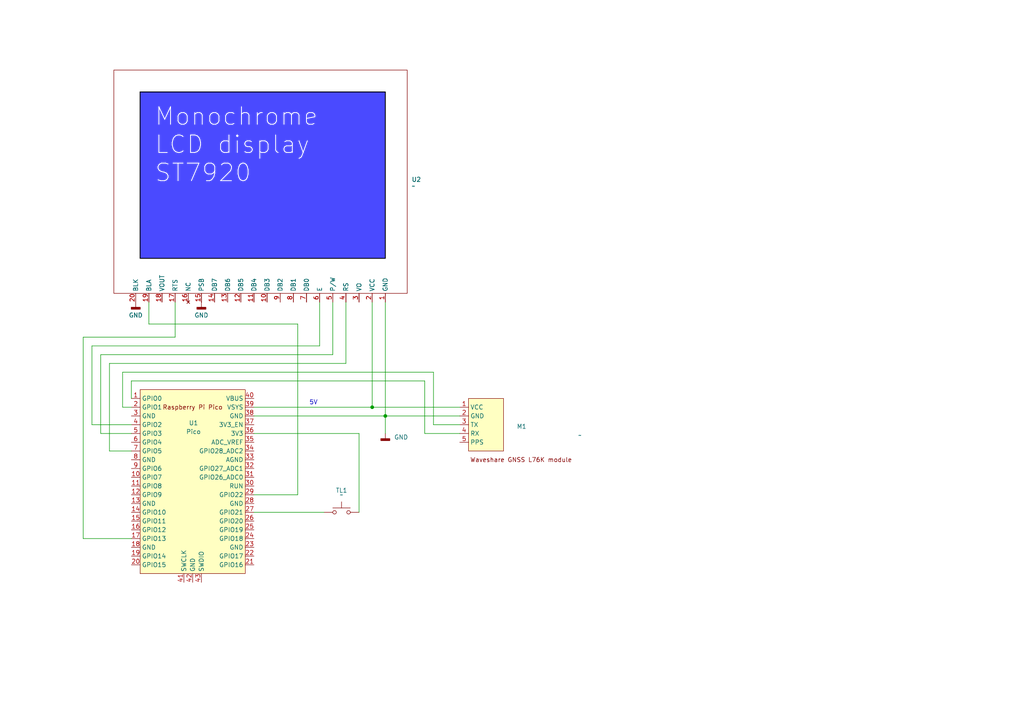
<source format=kicad_sch>
(kicad_sch (version 20231120) (generator "eeschema") (generator_version "8.0")
  (paper "A4")
  (title_block (title "Jednoduchá GPS navigace") (company "Jirka Chráska"))
  (lib_symbols
    (symbol "L76K:GPS_L76K_module"
      (property "Reference" "M" (at 0 0 0))
      (symbol "GPS_L76K_module_1_1"
        (rectangle (start -5.08 -2.54) (end 5.08 -17.78) (fill (type background)))
        (text "Waveshare GNSS L76K module" (at 10.16 -20.32 0) (effects (font (size 1.27 1.27))))
        (pin power_in line (at -7.62 -5.08 0) (length 2.54) (name "VCC") (number "1"))
        (pin power_in line (at -7.62 -7.62 0) (length 2.54) (name "GND") (number "2"))
        (pin output line (at -7.62 -10.16 0) (length 2.54) (name "TX") (number "3"))
        (pin input line (at -7.62 -12.7 0) (length 2.54) (name "RX") (number "4"))
        (pin output line (at -7.62 -15.24 0) (length 2.54) (name "PPS") (number "5"))
      )
    )
    (symbol "MCU_RaspberryPi_and_Boards:Pico"
      (property "Reference" "U" (at -13.97 27.94 0))
      (property "Value" "Pico" (at 0 19.05 0))
      (symbol "Pico_0_0"
        (text "Raspberry Pi Pico" (at 0 21.59 0) (effects (font (size 1.27 1.27))))
      )
      (symbol "Pico_0_1"
        (rectangle (start -15.24 26.67) (end 15.24 -26.67) (fill (type background)))
      )
      (symbol "Pico_1_1"
        (pin bidirectional line (at -17.78 24.13 0) (length 2.54) (name "GPIO0") (number "1"))
        (pin bidirectional line (at -17.78 1.27 0) (length 2.54) (name "GPIO7") (number "10"))
        (pin bidirectional line (at -17.78 -1.27 0) (length 2.54) (name "GPIO8") (number "11"))
        (pin bidirectional line (at -17.78 -3.81 0) (length 2.54) (name "GPIO9") (number "12"))
        (pin power_in line (at -17.78 -6.35 0) (length 2.54) (name "GND") (number "13"))
        (pin bidirectional line (at -17.78 -8.89 0) (length 2.54) (name "GPIO10") (number "14"))
        (pin bidirectional line (at -17.78 -11.43 0) (length 2.54) (name "GPIO11") (number "15"))
        (pin bidirectional line (at -17.78 -13.97 0) (length 2.54) (name "GPIO12") (number "16"))
        (pin bidirectional line (at -17.78 -16.51 0) (length 2.54) (name "GPIO13") (number "17"))
        (pin power_in line (at -17.78 -19.05 0) (length 2.54) (name "GND") (number "18"))
        (pin bidirectional line (at -17.78 -21.59 0) (length 2.54) (name "GPIO14") (number "19"))
        (pin bidirectional line (at -17.78 21.59 0) (length 2.54) (name "GPIO1") (number "2"))
        (pin bidirectional line (at -17.78 -24.13 0) (length 2.54) (name "GPIO15") (number "20"))
        (pin bidirectional line (at 17.78 -24.13 180) (length 2.54) (name "GPIO16") (number "21"))
        (pin bidirectional line (at 17.78 -21.59 180) (length 2.54) (name "GPIO17") (number "22"))
        (pin power_in line (at 17.78 -19.05 180) (length 2.54) (name "GND") (number "23"))
        (pin bidirectional line (at 17.78 -16.51 180) (length 2.54) (name "GPIO18") (number "24"))
        (pin bidirectional line (at 17.78 -13.97 180) (length 2.54) (name "GPIO19") (number "25"))
        (pin bidirectional line (at 17.78 -11.43 180) (length 2.54) (name "GPIO20") (number "26"))
        (pin bidirectional line (at 17.78 -8.89 180) (length 2.54) (name "GPIO21") (number "27"))
        (pin power_in line (at 17.78 -6.35 180) (length 2.54) (name "GND") (number "28"))
        (pin bidirectional line (at 17.78 -3.81 180) (length 2.54) (name "GPIO22") (number "29"))
        (pin power_in line (at -17.78 19.05 0) (length 2.54) (name "GND") (number "3"))
        (pin input line (at 17.78 -1.27 180) (length 2.54) (name "RUN") (number "30"))
        (pin bidirectional line (at 17.78 1.27 180) (length 2.54) (name "GPIO26_ADC0") (number "31"))
        (pin bidirectional line (at 17.78 3.81 180) (length 2.54) (name "GPIO27_ADC1") (number "32"))
        (pin power_in line (at 17.78 6.35 180) (length 2.54) (name "AGND") (number "33"))
        (pin bidirectional line (at 17.78 8.89 180) (length 2.54) (name "GPIO28_ADC2") (number "34"))
        (pin power_in line (at 17.78 11.43 180) (length 2.54) (name "ADC_VREF") (number "35"))
        (pin power_in line (at 17.78 13.97 180) (length 2.54) (name "3V3") (number "36"))
        (pin input line (at 17.78 16.51 180) (length 2.54) (name "3V3_EN") (number "37"))
        (pin bidirectional line (at 17.78 19.05 180) (length 2.54) (name "GND") (number "38"))
        (pin power_in line (at 17.78 21.59 180) (length 2.54) (name "VSYS") (number "39"))
        (pin bidirectional line (at -17.78 16.51 0) (length 2.54) (name "GPIO2") (number "4"))
        (pin power_in line (at 17.78 24.13 180) (length 2.54) (name "VBUS") (number "40"))
        (pin input line (at -2.54 -29.21 90) (length 2.54) (name "SWCLK") (number "41"))
        (pin power_in line (at 0 -29.21 90) (length 2.54) (name "GND") (number "42"))
        (pin bidirectional line (at 2.54 -29.21 90) (length 2.54) (name "SWDIO") (number "43"))
        (pin bidirectional line (at -17.78 13.97 0) (length 2.54) (name "GPIO3") (number "5"))
        (pin bidirectional line (at -17.78 11.43 0) (length 2.54) (name "GPIO4") (number "6"))
        (pin bidirectional line (at -17.78 8.89 0) (length 2.54) (name "GPIO5") (number "7"))
        (pin power_in line (at -17.78 6.35 0) (length 2.54) (name "GND") (number "8"))
        (pin bidirectional line (at -17.78 3.81 0) (length 2.54) (name "GPIO6") (number "9"))
      )
    )
    (symbol "Switch:SW_Push" (pin_numbers hide) (pin_names (offset 1.016) hide)
      (property "Reference" "SW" (at 1.27 2.54 0))
      (property "Value" "SW_Push" (at 0 -1.524 0))
      (symbol "SW_Push_0_1"
        (circle (center -2.032 0) (radius 0.508))
        (polyline (pts (xy 0 1.27) (xy 0 3.048)))
        (polyline (pts (xy 2.54 1.27) (xy -2.54 1.27)))
        (circle (center 2.032 0) (radius 0.508))
        (pin passive line (at -5.08 0 0) (length 2.54) (name "1") (number "1"))
        (pin passive line (at 5.08 0 180) (length 2.54) (name "2") (number "2"))
      )
    )
    (symbol "lcd_display_128x64_st7920:LCD_Display_128x64_ST7920"
      (property "Reference" "U" (at 0 0 0))
      (symbol "LCD_Display_128x64_ST7920_1_0"
        (text_box "Monochrome LCD display\nST7920" (at -36.83 -10.16 0) (size 71.12 -48.26) (stroke (width 0.254) (color 0 0 0 1)) (fill (type color) (color 0 0 255 0.71)) (effects (font (size 5.08 5.08) (thickness 0.254) (bold yes)) (justify left top)))
      )
      (symbol "LCD_Display_128x64_ST7920_1_1"
        (rectangle (start -44.45 -3.81) (end 40.64 -68.58))
        (pin power_in line (at 34.29 -71.12 90) (length 2.54) (name "GND") (number "1"))
        (pin bidirectional line (at 0 -71.12 90) (length 2.54) (name "DB3") (number "10"))
        (pin bidirectional line (at -3.81 -71.12 90) (length 2.54) (name "DB4") (number "11"))
        (pin bidirectional line (at -7.62 -71.12 90) (length 2.54) (name "DB5") (number "12"))
        (pin bidirectional line (at -11.43 -71.12 90) (length 2.54) (name "DB6") (number "13"))
        (pin bidirectional line (at -15.24 -71.12 90) (length 2.54) (name "DB7") (number "14"))
        (pin input line (at -19.05 -71.12 90) (length 2.54) (name "PSB") (number "15"))
        (pin no_connect line (at -22.86 -71.12 90) (length 2.54) (name "NC") (number "16"))
        (pin input line (at -26.67 -71.12 90) (length 2.54) (name "RTS") (number "17"))
        (pin power_out line (at -30.48 -71.12 90) (length 2.54) (name "VOUT") (number "18"))
        (pin power_in line (at -34.29 -71.12 90) (length 2.54) (name "BLA") (number "19"))
        (pin power_in line (at 30.48 -71.12 90) (length 2.54) (name "VCC") (number "2"))
        (pin power_in line (at -38.1 -71.12 90) (length 2.54) (name "BLK") (number "20"))
        (pin power_out line (at 26.67 -71.12 90) (length 2.54) (name "VO") (number "3"))
        (pin input line (at 22.86 -71.12 90) (length 2.54) (name "RS") (number "4"))
        (pin input line (at 19.05 -71.12 90) (length 2.54) (name "P/W") (number "5"))
        (pin input line (at 15.24 -71.12 90) (length 2.54) (name "E") (number "6"))
        (pin bidirectional line (at 11.43 -71.12 90) (length 2.54) (name "DB0") (number "7"))
        (pin bidirectional line (at 7.62 -71.12 90) (length 2.54) (name "DB1") (number "8"))
        (pin bidirectional line (at 3.81 -71.12 90) (length 2.54) (name "DB2") (number "9"))
      )
    )
    (symbol "power:GNDD" (power) (pin_numbers hide) (pin_names (offset 0) hide)
      (property "Value" "GNDD" (at 0 -3.175 0))
      (symbol "GNDD_0_1"
        (rectangle (start -1.27 -1.524) (end 1.27 -2.032) (stroke (width 0.254)) (fill (type outline)))
        (polyline (pts (xy 0 0) (xy 0 -1.524)))
      )
      (symbol "GNDD_1_1"
        (pin power_in line (at 0 0 270) (length 0) (name "~") (number "1"))
      )
    )
  )
  (junction (at 107.95 118.11))
  (junction (at 111.76 120.65))
  (wire (pts (xy 111.76 87.63) (xy 111.76 120.65)))
  (wire (pts (xy 24.13 97.79) (xy 24.13 156.21)))
  (wire (pts (xy 24.13 156.21) (xy 38.1 156.21)))
  (wire (pts (xy 86.36 143.51) (xy 73.66 143.51)))
  (wire (pts (xy 123.19 110.49) (xy 123.19 125.73)))
  (wire (pts (xy 123.19 125.73) (xy 133.35 125.73)))
  (wire (pts (xy 26.67 100.33) (xy 26.67 123.19)))
  (wire (pts (xy 73.66 148.59) (xy 93.98 148.59)))
  (wire (pts (xy 96.52 102.87) (xy 29.21 102.87)))
  (wire (pts (xy 104.14 125.73) (xy 104.14 148.59)))
  (wire (pts (xy 50.8 97.79) (xy 24.13 97.79)))
  (wire (pts (xy 35.56 118.11) (xy 35.56 107.95)))
  (wire (pts (xy 38.1 110.49) (xy 123.19 110.49)))
  (wire (pts (xy 31.75 105.41) (xy 31.75 130.81)))
  (wire (pts (xy 125.73 123.19) (xy 133.35 123.19)))
  (wire (pts (xy 43.18 93.98) (xy 86.36 93.98)))
  (wire (pts (xy 43.18 87.63) (xy 43.18 93.98)))
  (wire (pts (xy 31.75 130.81) (xy 38.1 130.81)))
  (wire (pts (xy 29.21 125.73) (xy 38.1 125.73)))
  (wire (pts (xy 92.71 87.63) (xy 92.71 100.33)))
  (wire (pts (xy 107.95 118.11) (xy 133.35 118.11)))
  (wire (pts (xy 100.33 87.63) (xy 100.33 105.41)))
  (wire (pts (xy 111.76 120.65) (xy 73.66 120.65)))
  (wire (pts (xy 96.52 87.63) (xy 96.52 102.87)))
  (wire (pts (xy 111.76 125.73) (xy 111.76 120.65)))
  (wire (pts (xy 26.67 123.19) (xy 38.1 123.19)))
  (wire (pts (xy 38.1 118.11) (xy 35.56 118.11)))
  (wire (pts (xy 107.95 87.63) (xy 107.95 118.11)))
  (wire (pts (xy 86.36 93.98) (xy 86.36 143.51)))
  (wire (pts (xy 100.33 105.41) (xy 31.75 105.41)))
  (wire (pts (xy 38.1 115.57) (xy 38.1 110.49)))
  (wire (pts (xy 50.8 87.63) (xy 50.8 97.79)))
  (wire (pts (xy 92.71 100.33) (xy 26.67 100.33)))
  (wire (pts (xy 35.56 107.95) (xy 125.73 107.95)))
  (wire (pts (xy 111.76 120.65) (xy 133.35 120.65)))
  (wire (pts (xy 29.21 102.87) (xy 29.21 125.73)))
  (wire (pts (xy 73.66 118.11) (xy 107.95 118.11)))
  (wire (pts (xy 125.73 107.95) (xy 125.73 123.19)))
  (wire (pts (xy 73.66 125.73) (xy 104.14 125.73)))
  (text "5V" (at 90.932 116.84 0) (effects (font (size 1.27 1.27))))
  (symbol (lib_id "power:GNDD") (at 111.76 125.73 0) (unit 1)
    (property "Reference" "#PWR01" (effects (hide yes)))
    (property "Value" "GND" (at 114.3 126.8094 0) (effects (justify left)))
    (property "Description" "Power symbol creates a global label with name \"GNDD\" , digital ground" (effects (hide yes)))
  )
  (symbol (lib_id "MCU_RaspberryPi_and_Boards:Pico") (at 55.88 139.7 0) (unit 1)
    (property "Reference" "U1" (at 56.134 122.682 0))
    (property "Value" "Pico" (at 56.134 125.222 0))
    (property "Footprint" "RPi_Pico:RPi_Pico_SMD_TH" (effects (hide yes)))
  )
  (symbol (lib_id "Switch:SW_Push") (at 99.06 148.59 0) (unit 1)
    (property "Reference" "TL1" (at 99.06 142.24 0))
    (property "Value" "~" (at 99.06 143.51 0))
    (property "Description" "Push button switch, generic, two pins" (effects (hide yes)))
  )
  (symbol (lib_id "power:GNDD") (at 39.37 87.63 0) (unit 1)
    (property "Reference" "#PWR03" (effects (hide yes)))
    (property "Value" "GND" (at 39.37 91.44 0))
    (property "Description" "Power symbol creates a global label with name \"GNDD\" , digital ground" (effects (hide yes)))
  )
  (symbol (lib_id "lcd_display_128x64_st7920:LCD_Display_128x64_ST7920") (at 77.47 16.51 0) (unit 1)
    (property "Reference" "U2" (at 119.38 52.0699 0) (effects (justify left)))
    (property "Value" "~" (at 119.38 53.975 0) (effects (justify left)))
  )
  (symbol (lib_id "power:GNDD") (at 58.42 87.63 0) (unit 1)
    (property "Reference" "#PWR02" (effects (hide yes)))
    (property "Value" "GND" (at 58.42 91.44 0))
    (property "Description" "Power symbol creates a global label with name \"GNDD\" , digital ground" (effects (hide yes)))
  )
  (symbol (lib_id "L76K:GPS_L76K_module") (at 140.97 113.03 0) (unit 1)
    (property "Reference" "M1" (at 149.86 123.698 0) (effects (justify left)))
    (property "Value" "~" (at 167.64 126.2408 0) (effects (justify left)))
  )
)
</source>
